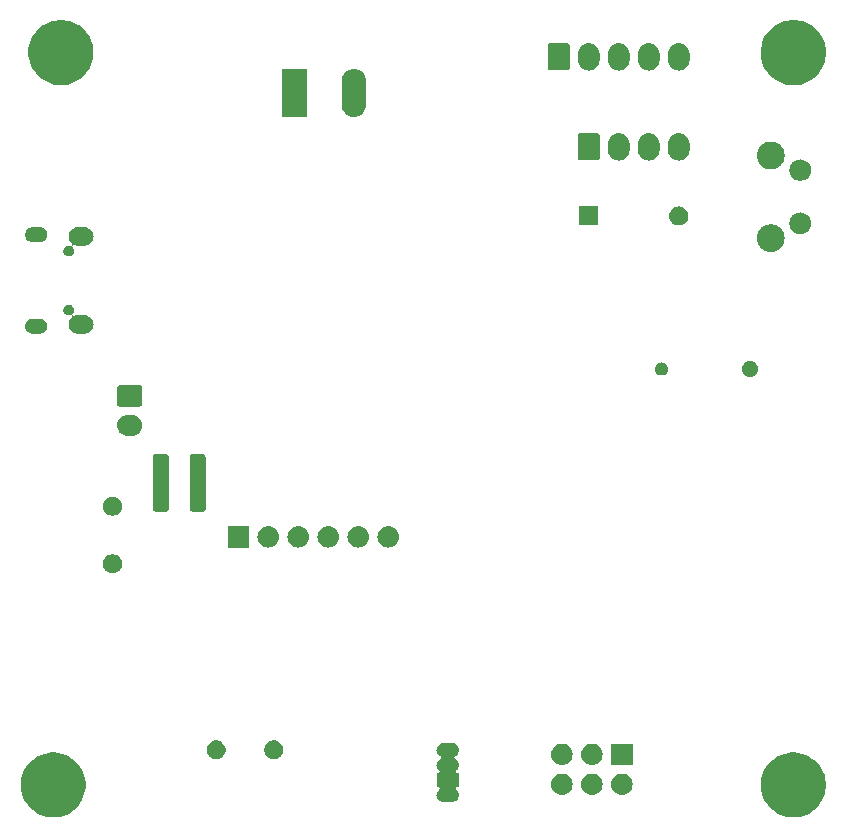
<source format=gbr>
G04 #@! TF.GenerationSoftware,KiCad,Pcbnew,(6.0.0-rc1-dev-1491-g0a4812be0)*
G04 #@! TF.CreationDate,2019-04-29T15:17:20+02:00
G04 #@! TF.ProjectId,datalogger,64617461-6c6f-4676-9765-722e6b696361,v. 1.0*
G04 #@! TF.SameCoordinates,Original*
G04 #@! TF.FileFunction,Soldermask,Bot*
G04 #@! TF.FilePolarity,Negative*
%FSLAX46Y46*%
G04 Gerber Fmt 4.6, Leading zero omitted, Abs format (unit mm)*
G04 Created by KiCad (PCBNEW (6.0.0-rc1-dev-1491-g0a4812be0)) date 2019-04-29 15:17:20*
%MOMM*%
%LPD*%
G04 APERTURE LIST*
%ADD10C,0.100000*%
G04 APERTURE END LIST*
D10*
X155235000Y-62705500D02*
G75*
G03X155235000Y-62705500I-1143000J0D01*
G01*
X157481000Y-68455500D02*
G75*
G03X157481000Y-68455500I-889000J0D01*
G01*
X157481000Y-63955500D02*
G75*
G03X157481000Y-63955500I-889000J0D01*
G01*
X155235000Y-69705500D02*
G75*
G03X155235000Y-69705500I-1143000J0D01*
G01*
G36*
X156344566Y-113263643D02*
G01*
X156802437Y-113354719D01*
X157303087Y-113562095D01*
X157601707Y-113761627D01*
X157753663Y-113863161D01*
X158136839Y-114246337D01*
X158136841Y-114246340D01*
X158437905Y-114696913D01*
X158645281Y-115197563D01*
X158698140Y-115463306D01*
X158751000Y-115729049D01*
X158751000Y-116270951D01*
X158715186Y-116451000D01*
X158645281Y-116802437D01*
X158437905Y-117303087D01*
X158147636Y-117737504D01*
X158136839Y-117753663D01*
X157753663Y-118136839D01*
X157753660Y-118136841D01*
X157303087Y-118437905D01*
X156802437Y-118645281D01*
X156536694Y-118698140D01*
X156270951Y-118751000D01*
X155729049Y-118751000D01*
X155463306Y-118698140D01*
X155197563Y-118645281D01*
X154696913Y-118437905D01*
X154246340Y-118136841D01*
X154246337Y-118136839D01*
X153863161Y-117753663D01*
X153852364Y-117737504D01*
X153562095Y-117303087D01*
X153354719Y-116802437D01*
X153284814Y-116451000D01*
X153249000Y-116270951D01*
X153249000Y-115729049D01*
X153301860Y-115463306D01*
X153354719Y-115197563D01*
X153562095Y-114696913D01*
X153863159Y-114246340D01*
X153863161Y-114246337D01*
X154246337Y-113863161D01*
X154398293Y-113761627D01*
X154696913Y-113562095D01*
X155197563Y-113354719D01*
X155655434Y-113263643D01*
X155729049Y-113249000D01*
X156270951Y-113249000D01*
X156344566Y-113263643D01*
X156344566Y-113263643D01*
G37*
G36*
X93689566Y-113263643D02*
G01*
X94147437Y-113354719D01*
X94648087Y-113562095D01*
X94946707Y-113761627D01*
X95098663Y-113863161D01*
X95481839Y-114246337D01*
X95481841Y-114246340D01*
X95782905Y-114696913D01*
X95990281Y-115197563D01*
X96043140Y-115463306D01*
X96096000Y-115729049D01*
X96096000Y-116270951D01*
X96060186Y-116451000D01*
X95990281Y-116802437D01*
X95782905Y-117303087D01*
X95492636Y-117737504D01*
X95481839Y-117753663D01*
X95098663Y-118136839D01*
X95098660Y-118136841D01*
X94648087Y-118437905D01*
X94147437Y-118645281D01*
X93881694Y-118698140D01*
X93615951Y-118751000D01*
X93074049Y-118751000D01*
X92808306Y-118698140D01*
X92542563Y-118645281D01*
X92041913Y-118437905D01*
X91591340Y-118136841D01*
X91591337Y-118136839D01*
X91208161Y-117753663D01*
X91197364Y-117737504D01*
X90907095Y-117303087D01*
X90699719Y-116802437D01*
X90629814Y-116451000D01*
X90594000Y-116270951D01*
X90594000Y-115729049D01*
X90646860Y-115463306D01*
X90699719Y-115197563D01*
X90907095Y-114696913D01*
X91208159Y-114246340D01*
X91208161Y-114246337D01*
X91591337Y-113863161D01*
X91743293Y-113761627D01*
X92041913Y-113562095D01*
X92542563Y-113354719D01*
X93000434Y-113263643D01*
X93074049Y-113249000D01*
X93615951Y-113249000D01*
X93689566Y-113263643D01*
X93689566Y-113263643D01*
G37*
G36*
X127225877Y-112452479D02*
G01*
X127336338Y-112485987D01*
X127438137Y-112540400D01*
X127527369Y-112613631D01*
X127600600Y-112702863D01*
X127655013Y-112804662D01*
X127688521Y-112915123D01*
X127699835Y-113030000D01*
X127688521Y-113144877D01*
X127655013Y-113255338D01*
X127600600Y-113357137D01*
X127527369Y-113446369D01*
X127438137Y-113519600D01*
X127372357Y-113554760D01*
X127351982Y-113568373D01*
X127334655Y-113585700D01*
X127321041Y-113606075D01*
X127311664Y-113628714D01*
X127306883Y-113652747D01*
X127306883Y-113677252D01*
X127311663Y-113701285D01*
X127321041Y-113723924D01*
X127334654Y-113744299D01*
X127351981Y-113761626D01*
X127372357Y-113775240D01*
X127438137Y-113810400D01*
X127527369Y-113883631D01*
X127600600Y-113972863D01*
X127655013Y-114074662D01*
X127688521Y-114185123D01*
X127699835Y-114300000D01*
X127688521Y-114414877D01*
X127655013Y-114525338D01*
X127600600Y-114627137D01*
X127527369Y-114716369D01*
X127471312Y-114762374D01*
X127453985Y-114779701D01*
X127440372Y-114800076D01*
X127430994Y-114822715D01*
X127426214Y-114846749D01*
X127426214Y-114871253D01*
X127430995Y-114895286D01*
X127440372Y-114917925D01*
X127453986Y-114938300D01*
X127471313Y-114955627D01*
X127491688Y-114969240D01*
X127514327Y-114978618D01*
X127550612Y-114984000D01*
X127697000Y-114984000D01*
X127697000Y-116156000D01*
X127550612Y-116156000D01*
X127526226Y-116158402D01*
X127502777Y-116165515D01*
X127481166Y-116177066D01*
X127462224Y-116192612D01*
X127446678Y-116211554D01*
X127435127Y-116233165D01*
X127428014Y-116256614D01*
X127425612Y-116281000D01*
X127428014Y-116305386D01*
X127435127Y-116328835D01*
X127446678Y-116350446D01*
X127471312Y-116377626D01*
X127527369Y-116423631D01*
X127600600Y-116512863D01*
X127655013Y-116614662D01*
X127688521Y-116725123D01*
X127699835Y-116840000D01*
X127688521Y-116954877D01*
X127655013Y-117065338D01*
X127600600Y-117167137D01*
X127527369Y-117256369D01*
X127438137Y-117329600D01*
X127336338Y-117384013D01*
X127225877Y-117417521D01*
X127139786Y-117426000D01*
X126352214Y-117426000D01*
X126266123Y-117417521D01*
X126155662Y-117384013D01*
X126053863Y-117329600D01*
X125964631Y-117256369D01*
X125891400Y-117167137D01*
X125836987Y-117065338D01*
X125803479Y-116954877D01*
X125792165Y-116840000D01*
X125803479Y-116725123D01*
X125836987Y-116614662D01*
X125891400Y-116512863D01*
X125964631Y-116423631D01*
X126020688Y-116377626D01*
X126038015Y-116360299D01*
X126051628Y-116339924D01*
X126061006Y-116317285D01*
X126065786Y-116293251D01*
X126065786Y-116268747D01*
X126061005Y-116244714D01*
X126051628Y-116222075D01*
X126038014Y-116201700D01*
X126020687Y-116184373D01*
X126000312Y-116170760D01*
X125977673Y-116161382D01*
X125941388Y-116156000D01*
X125795000Y-116156000D01*
X125795000Y-114984000D01*
X125941388Y-114984000D01*
X125965774Y-114981598D01*
X125989223Y-114974485D01*
X126010834Y-114962934D01*
X126029776Y-114947388D01*
X126045322Y-114928446D01*
X126056873Y-114906835D01*
X126063986Y-114883386D01*
X126066388Y-114859000D01*
X126063986Y-114834614D01*
X126056873Y-114811165D01*
X126045322Y-114789554D01*
X126020688Y-114762374D01*
X125964631Y-114716369D01*
X125891400Y-114627137D01*
X125836987Y-114525338D01*
X125803479Y-114414877D01*
X125792165Y-114300000D01*
X125803479Y-114185123D01*
X125836987Y-114074662D01*
X125891400Y-113972863D01*
X125964631Y-113883631D01*
X126053863Y-113810400D01*
X126119643Y-113775240D01*
X126140018Y-113761627D01*
X126157345Y-113744300D01*
X126170959Y-113723925D01*
X126180336Y-113701286D01*
X126185117Y-113677253D01*
X126185117Y-113652748D01*
X126180337Y-113628715D01*
X126170959Y-113606076D01*
X126157346Y-113585701D01*
X126140019Y-113568374D01*
X126119643Y-113554760D01*
X126053863Y-113519600D01*
X125964631Y-113446369D01*
X125891400Y-113357137D01*
X125836987Y-113255338D01*
X125803479Y-113144877D01*
X125792165Y-113030000D01*
X125803479Y-112915123D01*
X125836987Y-112804662D01*
X125891400Y-112702863D01*
X125964631Y-112613631D01*
X126053863Y-112540400D01*
X126155662Y-112485987D01*
X126266123Y-112452479D01*
X126352214Y-112444000D01*
X127139786Y-112444000D01*
X127225877Y-112452479D01*
X127225877Y-112452479D01*
G37*
G36*
X136577294Y-115049633D02*
G01*
X136749694Y-115101931D01*
X136749696Y-115101932D01*
X136908583Y-115186859D01*
X136908585Y-115186860D01*
X136908584Y-115186860D01*
X137047849Y-115301151D01*
X137162140Y-115440416D01*
X137247069Y-115599306D01*
X137299367Y-115771706D01*
X137317025Y-115951000D01*
X137299367Y-116130294D01*
X137247069Y-116302694D01*
X137247068Y-116302696D01*
X137162141Y-116461583D01*
X137047849Y-116600849D01*
X136908583Y-116715141D01*
X136749696Y-116800068D01*
X136749694Y-116800069D01*
X136577294Y-116852367D01*
X136442931Y-116865600D01*
X136353069Y-116865600D01*
X136218706Y-116852367D01*
X136046306Y-116800069D01*
X136046304Y-116800068D01*
X135887417Y-116715141D01*
X135748151Y-116600849D01*
X135633859Y-116461583D01*
X135548932Y-116302696D01*
X135548931Y-116302694D01*
X135496633Y-116130294D01*
X135478975Y-115951000D01*
X135496633Y-115771706D01*
X135548931Y-115599306D01*
X135633860Y-115440416D01*
X135748151Y-115301151D01*
X135887416Y-115186860D01*
X135887415Y-115186860D01*
X135887417Y-115186859D01*
X136046304Y-115101932D01*
X136046306Y-115101931D01*
X136218706Y-115049633D01*
X136353069Y-115036400D01*
X136442931Y-115036400D01*
X136577294Y-115049633D01*
X136577294Y-115049633D01*
G37*
G36*
X139117294Y-115049633D02*
G01*
X139289694Y-115101931D01*
X139289696Y-115101932D01*
X139448583Y-115186859D01*
X139448585Y-115186860D01*
X139448584Y-115186860D01*
X139587849Y-115301151D01*
X139702140Y-115440416D01*
X139787069Y-115599306D01*
X139839367Y-115771706D01*
X139857025Y-115951000D01*
X139839367Y-116130294D01*
X139787069Y-116302694D01*
X139787068Y-116302696D01*
X139702141Y-116461583D01*
X139587849Y-116600849D01*
X139448583Y-116715141D01*
X139289696Y-116800068D01*
X139289694Y-116800069D01*
X139117294Y-116852367D01*
X138982931Y-116865600D01*
X138893069Y-116865600D01*
X138758706Y-116852367D01*
X138586306Y-116800069D01*
X138586304Y-116800068D01*
X138427417Y-116715141D01*
X138288151Y-116600849D01*
X138173859Y-116461583D01*
X138088932Y-116302696D01*
X138088931Y-116302694D01*
X138036633Y-116130294D01*
X138018975Y-115951000D01*
X138036633Y-115771706D01*
X138088931Y-115599306D01*
X138173860Y-115440416D01*
X138288151Y-115301151D01*
X138427416Y-115186860D01*
X138427415Y-115186860D01*
X138427417Y-115186859D01*
X138586304Y-115101932D01*
X138586306Y-115101931D01*
X138758706Y-115049633D01*
X138893069Y-115036400D01*
X138982931Y-115036400D01*
X139117294Y-115049633D01*
X139117294Y-115049633D01*
G37*
G36*
X141657294Y-115049633D02*
G01*
X141829694Y-115101931D01*
X141829696Y-115101932D01*
X141988583Y-115186859D01*
X141988585Y-115186860D01*
X141988584Y-115186860D01*
X142127849Y-115301151D01*
X142242140Y-115440416D01*
X142327069Y-115599306D01*
X142379367Y-115771706D01*
X142397025Y-115951000D01*
X142379367Y-116130294D01*
X142327069Y-116302694D01*
X142327068Y-116302696D01*
X142242141Y-116461583D01*
X142127849Y-116600849D01*
X141988583Y-116715141D01*
X141829696Y-116800068D01*
X141829694Y-116800069D01*
X141657294Y-116852367D01*
X141522931Y-116865600D01*
X141433069Y-116865600D01*
X141298706Y-116852367D01*
X141126306Y-116800069D01*
X141126304Y-116800068D01*
X140967417Y-116715141D01*
X140828151Y-116600849D01*
X140713859Y-116461583D01*
X140628932Y-116302696D01*
X140628931Y-116302694D01*
X140576633Y-116130294D01*
X140558975Y-115951000D01*
X140576633Y-115771706D01*
X140628931Y-115599306D01*
X140713860Y-115440416D01*
X140828151Y-115301151D01*
X140967416Y-115186860D01*
X140967415Y-115186860D01*
X140967417Y-115186859D01*
X141126304Y-115101932D01*
X141126306Y-115101931D01*
X141298706Y-115049633D01*
X141433069Y-115036400D01*
X141522931Y-115036400D01*
X141657294Y-115049633D01*
X141657294Y-115049633D01*
G37*
G36*
X142392600Y-114325600D02*
G01*
X140563400Y-114325600D01*
X140563400Y-112496400D01*
X142392600Y-112496400D01*
X142392600Y-114325600D01*
X142392600Y-114325600D01*
G37*
G36*
X139117294Y-112509633D02*
G01*
X139289694Y-112561931D01*
X139289696Y-112561932D01*
X139448583Y-112646859D01*
X139587849Y-112761151D01*
X139702141Y-112900417D01*
X139710002Y-112915124D01*
X139787069Y-113059306D01*
X139839367Y-113231706D01*
X139857025Y-113411000D01*
X139839367Y-113590294D01*
X139787069Y-113762694D01*
X139787068Y-113762696D01*
X139702141Y-113921583D01*
X139587849Y-114060849D01*
X139448583Y-114175141D01*
X139368783Y-114217795D01*
X139289694Y-114260069D01*
X139117294Y-114312367D01*
X138982931Y-114325600D01*
X138893069Y-114325600D01*
X138758706Y-114312367D01*
X138586306Y-114260069D01*
X138507217Y-114217795D01*
X138427417Y-114175141D01*
X138288151Y-114060849D01*
X138173859Y-113921583D01*
X138088932Y-113762696D01*
X138088931Y-113762694D01*
X138036633Y-113590294D01*
X138018975Y-113411000D01*
X138036633Y-113231706D01*
X138088931Y-113059306D01*
X138165998Y-112915124D01*
X138173859Y-112900417D01*
X138288151Y-112761151D01*
X138427417Y-112646859D01*
X138586304Y-112561932D01*
X138586306Y-112561931D01*
X138758706Y-112509633D01*
X138893069Y-112496400D01*
X138982931Y-112496400D01*
X139117294Y-112509633D01*
X139117294Y-112509633D01*
G37*
G36*
X136577294Y-112509633D02*
G01*
X136749694Y-112561931D01*
X136749696Y-112561932D01*
X136908583Y-112646859D01*
X137047849Y-112761151D01*
X137162141Y-112900417D01*
X137170002Y-112915124D01*
X137247069Y-113059306D01*
X137299367Y-113231706D01*
X137317025Y-113411000D01*
X137299367Y-113590294D01*
X137247069Y-113762694D01*
X137247068Y-113762696D01*
X137162141Y-113921583D01*
X137047849Y-114060849D01*
X136908583Y-114175141D01*
X136828783Y-114217795D01*
X136749694Y-114260069D01*
X136577294Y-114312367D01*
X136442931Y-114325600D01*
X136353069Y-114325600D01*
X136218706Y-114312367D01*
X136046306Y-114260069D01*
X135967217Y-114217795D01*
X135887417Y-114175141D01*
X135748151Y-114060849D01*
X135633859Y-113921583D01*
X135548932Y-113762696D01*
X135548931Y-113762694D01*
X135496633Y-113590294D01*
X135478975Y-113411000D01*
X135496633Y-113231706D01*
X135548931Y-113059306D01*
X135625998Y-112915124D01*
X135633859Y-112900417D01*
X135748151Y-112761151D01*
X135887417Y-112646859D01*
X136046304Y-112561932D01*
X136046306Y-112561931D01*
X136218706Y-112509633D01*
X136353069Y-112496400D01*
X136442931Y-112496400D01*
X136577294Y-112509633D01*
X136577294Y-112509633D01*
G37*
G36*
X107367643Y-112259781D02*
G01*
X107513415Y-112320162D01*
X107644611Y-112407824D01*
X107756176Y-112519389D01*
X107843838Y-112650585D01*
X107904219Y-112796357D01*
X107935000Y-112951107D01*
X107935000Y-113108893D01*
X107904219Y-113263643D01*
X107843838Y-113409415D01*
X107756176Y-113540611D01*
X107644611Y-113652176D01*
X107513415Y-113739838D01*
X107367643Y-113800219D01*
X107212893Y-113831000D01*
X107055107Y-113831000D01*
X106900357Y-113800219D01*
X106754585Y-113739838D01*
X106623389Y-113652176D01*
X106511824Y-113540611D01*
X106424162Y-113409415D01*
X106363781Y-113263643D01*
X106333000Y-113108893D01*
X106333000Y-112951107D01*
X106363781Y-112796357D01*
X106424162Y-112650585D01*
X106511824Y-112519389D01*
X106623389Y-112407824D01*
X106754585Y-112320162D01*
X106900357Y-112259781D01*
X107055107Y-112229000D01*
X107212893Y-112229000D01*
X107367643Y-112259781D01*
X107367643Y-112259781D01*
G37*
G36*
X112247643Y-112259781D02*
G01*
X112393415Y-112320162D01*
X112524611Y-112407824D01*
X112636176Y-112519389D01*
X112723838Y-112650585D01*
X112784219Y-112796357D01*
X112815000Y-112951107D01*
X112815000Y-113108893D01*
X112784219Y-113263643D01*
X112723838Y-113409415D01*
X112636176Y-113540611D01*
X112524611Y-113652176D01*
X112393415Y-113739838D01*
X112247643Y-113800219D01*
X112092893Y-113831000D01*
X111935107Y-113831000D01*
X111780357Y-113800219D01*
X111634585Y-113739838D01*
X111503389Y-113652176D01*
X111391824Y-113540611D01*
X111304162Y-113409415D01*
X111243781Y-113263643D01*
X111213000Y-113108893D01*
X111213000Y-112951107D01*
X111243781Y-112796357D01*
X111304162Y-112650585D01*
X111391824Y-112519389D01*
X111503389Y-112407824D01*
X111634585Y-112320162D01*
X111780357Y-112259781D01*
X111935107Y-112229000D01*
X112092893Y-112229000D01*
X112247643Y-112259781D01*
X112247643Y-112259781D01*
G37*
G36*
X98595143Y-96502281D02*
G01*
X98740915Y-96562662D01*
X98872111Y-96650324D01*
X98983676Y-96761889D01*
X99071338Y-96893085D01*
X99131719Y-97038857D01*
X99162500Y-97193607D01*
X99162500Y-97351393D01*
X99131719Y-97506143D01*
X99071338Y-97651915D01*
X98983676Y-97783111D01*
X98872111Y-97894676D01*
X98740915Y-97982338D01*
X98595143Y-98042719D01*
X98440393Y-98073500D01*
X98282607Y-98073500D01*
X98127857Y-98042719D01*
X97982085Y-97982338D01*
X97850889Y-97894676D01*
X97739324Y-97783111D01*
X97651662Y-97651915D01*
X97591281Y-97506143D01*
X97560500Y-97351393D01*
X97560500Y-97193607D01*
X97591281Y-97038857D01*
X97651662Y-96893085D01*
X97739324Y-96761889D01*
X97850889Y-96650324D01*
X97982085Y-96562662D01*
X98127857Y-96502281D01*
X98282607Y-96471500D01*
X98440393Y-96471500D01*
X98595143Y-96502281D01*
X98595143Y-96502281D01*
G37*
G36*
X119270443Y-94105519D02*
G01*
X119336627Y-94112037D01*
X119449853Y-94146384D01*
X119506467Y-94163557D01*
X119645087Y-94237652D01*
X119662991Y-94247222D01*
X119698729Y-94276552D01*
X119800186Y-94359814D01*
X119883448Y-94461271D01*
X119912778Y-94497009D01*
X119912779Y-94497011D01*
X119996443Y-94653533D01*
X119996443Y-94653534D01*
X120047963Y-94823373D01*
X120065359Y-95000000D01*
X120047963Y-95176627D01*
X120013616Y-95289853D01*
X119996443Y-95346467D01*
X119922348Y-95485087D01*
X119912778Y-95502991D01*
X119883448Y-95538729D01*
X119800186Y-95640186D01*
X119698729Y-95723448D01*
X119662991Y-95752778D01*
X119662989Y-95752779D01*
X119506467Y-95836443D01*
X119449853Y-95853616D01*
X119336627Y-95887963D01*
X119270443Y-95894481D01*
X119204260Y-95901000D01*
X119115740Y-95901000D01*
X119049557Y-95894481D01*
X118983373Y-95887963D01*
X118870147Y-95853616D01*
X118813533Y-95836443D01*
X118657011Y-95752779D01*
X118657009Y-95752778D01*
X118621271Y-95723448D01*
X118519814Y-95640186D01*
X118436552Y-95538729D01*
X118407222Y-95502991D01*
X118397652Y-95485087D01*
X118323557Y-95346467D01*
X118306384Y-95289853D01*
X118272037Y-95176627D01*
X118254641Y-95000000D01*
X118272037Y-94823373D01*
X118323557Y-94653534D01*
X118323557Y-94653533D01*
X118407221Y-94497011D01*
X118407222Y-94497009D01*
X118436552Y-94461271D01*
X118519814Y-94359814D01*
X118621271Y-94276552D01*
X118657009Y-94247222D01*
X118674913Y-94237652D01*
X118813533Y-94163557D01*
X118870147Y-94146384D01*
X118983373Y-94112037D01*
X119049557Y-94105519D01*
X119115740Y-94099000D01*
X119204260Y-94099000D01*
X119270443Y-94105519D01*
X119270443Y-94105519D01*
G37*
G36*
X114190443Y-94105519D02*
G01*
X114256627Y-94112037D01*
X114369853Y-94146384D01*
X114426467Y-94163557D01*
X114565087Y-94237652D01*
X114582991Y-94247222D01*
X114618729Y-94276552D01*
X114720186Y-94359814D01*
X114803448Y-94461271D01*
X114832778Y-94497009D01*
X114832779Y-94497011D01*
X114916443Y-94653533D01*
X114916443Y-94653534D01*
X114967963Y-94823373D01*
X114985359Y-95000000D01*
X114967963Y-95176627D01*
X114933616Y-95289853D01*
X114916443Y-95346467D01*
X114842348Y-95485087D01*
X114832778Y-95502991D01*
X114803448Y-95538729D01*
X114720186Y-95640186D01*
X114618729Y-95723448D01*
X114582991Y-95752778D01*
X114582989Y-95752779D01*
X114426467Y-95836443D01*
X114369853Y-95853616D01*
X114256627Y-95887963D01*
X114190443Y-95894481D01*
X114124260Y-95901000D01*
X114035740Y-95901000D01*
X113969557Y-95894481D01*
X113903373Y-95887963D01*
X113790147Y-95853616D01*
X113733533Y-95836443D01*
X113577011Y-95752779D01*
X113577009Y-95752778D01*
X113541271Y-95723448D01*
X113439814Y-95640186D01*
X113356552Y-95538729D01*
X113327222Y-95502991D01*
X113317652Y-95485087D01*
X113243557Y-95346467D01*
X113226384Y-95289853D01*
X113192037Y-95176627D01*
X113174641Y-95000000D01*
X113192037Y-94823373D01*
X113243557Y-94653534D01*
X113243557Y-94653533D01*
X113327221Y-94497011D01*
X113327222Y-94497009D01*
X113356552Y-94461271D01*
X113439814Y-94359814D01*
X113541271Y-94276552D01*
X113577009Y-94247222D01*
X113594913Y-94237652D01*
X113733533Y-94163557D01*
X113790147Y-94146384D01*
X113903373Y-94112037D01*
X113969557Y-94105519D01*
X114035740Y-94099000D01*
X114124260Y-94099000D01*
X114190443Y-94105519D01*
X114190443Y-94105519D01*
G37*
G36*
X111650443Y-94105519D02*
G01*
X111716627Y-94112037D01*
X111829853Y-94146384D01*
X111886467Y-94163557D01*
X112025087Y-94237652D01*
X112042991Y-94247222D01*
X112078729Y-94276552D01*
X112180186Y-94359814D01*
X112263448Y-94461271D01*
X112292778Y-94497009D01*
X112292779Y-94497011D01*
X112376443Y-94653533D01*
X112376443Y-94653534D01*
X112427963Y-94823373D01*
X112445359Y-95000000D01*
X112427963Y-95176627D01*
X112393616Y-95289853D01*
X112376443Y-95346467D01*
X112302348Y-95485087D01*
X112292778Y-95502991D01*
X112263448Y-95538729D01*
X112180186Y-95640186D01*
X112078729Y-95723448D01*
X112042991Y-95752778D01*
X112042989Y-95752779D01*
X111886467Y-95836443D01*
X111829853Y-95853616D01*
X111716627Y-95887963D01*
X111650443Y-95894481D01*
X111584260Y-95901000D01*
X111495740Y-95901000D01*
X111429557Y-95894481D01*
X111363373Y-95887963D01*
X111250147Y-95853616D01*
X111193533Y-95836443D01*
X111037011Y-95752779D01*
X111037009Y-95752778D01*
X111001271Y-95723448D01*
X110899814Y-95640186D01*
X110816552Y-95538729D01*
X110787222Y-95502991D01*
X110777652Y-95485087D01*
X110703557Y-95346467D01*
X110686384Y-95289853D01*
X110652037Y-95176627D01*
X110634641Y-95000000D01*
X110652037Y-94823373D01*
X110703557Y-94653534D01*
X110703557Y-94653533D01*
X110787221Y-94497011D01*
X110787222Y-94497009D01*
X110816552Y-94461271D01*
X110899814Y-94359814D01*
X111001271Y-94276552D01*
X111037009Y-94247222D01*
X111054913Y-94237652D01*
X111193533Y-94163557D01*
X111250147Y-94146384D01*
X111363373Y-94112037D01*
X111429557Y-94105519D01*
X111495740Y-94099000D01*
X111584260Y-94099000D01*
X111650443Y-94105519D01*
X111650443Y-94105519D01*
G37*
G36*
X116730443Y-94105519D02*
G01*
X116796627Y-94112037D01*
X116909853Y-94146384D01*
X116966467Y-94163557D01*
X117105087Y-94237652D01*
X117122991Y-94247222D01*
X117158729Y-94276552D01*
X117260186Y-94359814D01*
X117343448Y-94461271D01*
X117372778Y-94497009D01*
X117372779Y-94497011D01*
X117456443Y-94653533D01*
X117456443Y-94653534D01*
X117507963Y-94823373D01*
X117525359Y-95000000D01*
X117507963Y-95176627D01*
X117473616Y-95289853D01*
X117456443Y-95346467D01*
X117382348Y-95485087D01*
X117372778Y-95502991D01*
X117343448Y-95538729D01*
X117260186Y-95640186D01*
X117158729Y-95723448D01*
X117122991Y-95752778D01*
X117122989Y-95752779D01*
X116966467Y-95836443D01*
X116909853Y-95853616D01*
X116796627Y-95887963D01*
X116730443Y-95894481D01*
X116664260Y-95901000D01*
X116575740Y-95901000D01*
X116509557Y-95894481D01*
X116443373Y-95887963D01*
X116330147Y-95853616D01*
X116273533Y-95836443D01*
X116117011Y-95752779D01*
X116117009Y-95752778D01*
X116081271Y-95723448D01*
X115979814Y-95640186D01*
X115896552Y-95538729D01*
X115867222Y-95502991D01*
X115857652Y-95485087D01*
X115783557Y-95346467D01*
X115766384Y-95289853D01*
X115732037Y-95176627D01*
X115714641Y-95000000D01*
X115732037Y-94823373D01*
X115783557Y-94653534D01*
X115783557Y-94653533D01*
X115867221Y-94497011D01*
X115867222Y-94497009D01*
X115896552Y-94461271D01*
X115979814Y-94359814D01*
X116081271Y-94276552D01*
X116117009Y-94247222D01*
X116134913Y-94237652D01*
X116273533Y-94163557D01*
X116330147Y-94146384D01*
X116443373Y-94112037D01*
X116509557Y-94105519D01*
X116575740Y-94099000D01*
X116664260Y-94099000D01*
X116730443Y-94105519D01*
X116730443Y-94105519D01*
G37*
G36*
X121810443Y-94105519D02*
G01*
X121876627Y-94112037D01*
X121989853Y-94146384D01*
X122046467Y-94163557D01*
X122185087Y-94237652D01*
X122202991Y-94247222D01*
X122238729Y-94276552D01*
X122340186Y-94359814D01*
X122423448Y-94461271D01*
X122452778Y-94497009D01*
X122452779Y-94497011D01*
X122536443Y-94653533D01*
X122536443Y-94653534D01*
X122587963Y-94823373D01*
X122605359Y-95000000D01*
X122587963Y-95176627D01*
X122553616Y-95289853D01*
X122536443Y-95346467D01*
X122462348Y-95485087D01*
X122452778Y-95502991D01*
X122423448Y-95538729D01*
X122340186Y-95640186D01*
X122238729Y-95723448D01*
X122202991Y-95752778D01*
X122202989Y-95752779D01*
X122046467Y-95836443D01*
X121989853Y-95853616D01*
X121876627Y-95887963D01*
X121810443Y-95894481D01*
X121744260Y-95901000D01*
X121655740Y-95901000D01*
X121589557Y-95894481D01*
X121523373Y-95887963D01*
X121410147Y-95853616D01*
X121353533Y-95836443D01*
X121197011Y-95752779D01*
X121197009Y-95752778D01*
X121161271Y-95723448D01*
X121059814Y-95640186D01*
X120976552Y-95538729D01*
X120947222Y-95502991D01*
X120937652Y-95485087D01*
X120863557Y-95346467D01*
X120846384Y-95289853D01*
X120812037Y-95176627D01*
X120794641Y-95000000D01*
X120812037Y-94823373D01*
X120863557Y-94653534D01*
X120863557Y-94653533D01*
X120947221Y-94497011D01*
X120947222Y-94497009D01*
X120976552Y-94461271D01*
X121059814Y-94359814D01*
X121161271Y-94276552D01*
X121197009Y-94247222D01*
X121214913Y-94237652D01*
X121353533Y-94163557D01*
X121410147Y-94146384D01*
X121523373Y-94112037D01*
X121589557Y-94105519D01*
X121655740Y-94099000D01*
X121744260Y-94099000D01*
X121810443Y-94105519D01*
X121810443Y-94105519D01*
G37*
G36*
X109901000Y-95901000D02*
G01*
X108099000Y-95901000D01*
X108099000Y-94099000D01*
X109901000Y-94099000D01*
X109901000Y-95901000D01*
X109901000Y-95901000D01*
G37*
G36*
X98595143Y-91622281D02*
G01*
X98740915Y-91682662D01*
X98872111Y-91770324D01*
X98983676Y-91881889D01*
X99071338Y-92013085D01*
X99131719Y-92158857D01*
X99162500Y-92313607D01*
X99162500Y-92471393D01*
X99131719Y-92626143D01*
X99071338Y-92771915D01*
X98983676Y-92903111D01*
X98872111Y-93014676D01*
X98740915Y-93102338D01*
X98595143Y-93162719D01*
X98440393Y-93193500D01*
X98282607Y-93193500D01*
X98127857Y-93162719D01*
X97982085Y-93102338D01*
X97850889Y-93014676D01*
X97739324Y-92903111D01*
X97651662Y-92771915D01*
X97591281Y-92626143D01*
X97560500Y-92471393D01*
X97560500Y-92313607D01*
X97591281Y-92158857D01*
X97651662Y-92013085D01*
X97739324Y-91881889D01*
X97850889Y-91770324D01*
X97982085Y-91682662D01*
X98127857Y-91622281D01*
X98282607Y-91591500D01*
X98440393Y-91591500D01*
X98595143Y-91622281D01*
X98595143Y-91622281D01*
G37*
G36*
X102955444Y-88002375D02*
G01*
X102992259Y-88013542D01*
X103026182Y-88031675D01*
X103055920Y-88056080D01*
X103080325Y-88085818D01*
X103098458Y-88119741D01*
X103109625Y-88156556D01*
X103114000Y-88200977D01*
X103114000Y-92647023D01*
X103109625Y-92691444D01*
X103098458Y-92728259D01*
X103080325Y-92762182D01*
X103055920Y-92791920D01*
X103026182Y-92816325D01*
X102992259Y-92834458D01*
X102955444Y-92845625D01*
X102911023Y-92850000D01*
X101989977Y-92850000D01*
X101945556Y-92845625D01*
X101908741Y-92834458D01*
X101874818Y-92816325D01*
X101845080Y-92791920D01*
X101820675Y-92762182D01*
X101802542Y-92728259D01*
X101791375Y-92691444D01*
X101787000Y-92647023D01*
X101787000Y-88200977D01*
X101791375Y-88156556D01*
X101802542Y-88119741D01*
X101820675Y-88085818D01*
X101845080Y-88056080D01*
X101874818Y-88031675D01*
X101908741Y-88013542D01*
X101945556Y-88002375D01*
X101989977Y-87998000D01*
X102911023Y-87998000D01*
X102955444Y-88002375D01*
X102955444Y-88002375D01*
G37*
G36*
X106080444Y-88002375D02*
G01*
X106117259Y-88013542D01*
X106151182Y-88031675D01*
X106180920Y-88056080D01*
X106205325Y-88085818D01*
X106223458Y-88119741D01*
X106234625Y-88156556D01*
X106239000Y-88200977D01*
X106239000Y-92647023D01*
X106234625Y-92691444D01*
X106223458Y-92728259D01*
X106205325Y-92762182D01*
X106180920Y-92791920D01*
X106151182Y-92816325D01*
X106117259Y-92834458D01*
X106080444Y-92845625D01*
X106036023Y-92850000D01*
X105114977Y-92850000D01*
X105070556Y-92845625D01*
X105033741Y-92834458D01*
X104999818Y-92816325D01*
X104970080Y-92791920D01*
X104945675Y-92762182D01*
X104927542Y-92728259D01*
X104916375Y-92691444D01*
X104912000Y-92647023D01*
X104912000Y-88200977D01*
X104916375Y-88156556D01*
X104927542Y-88119741D01*
X104945675Y-88085818D01*
X104970080Y-88056080D01*
X104999818Y-88031675D01*
X105033741Y-88013542D01*
X105070556Y-88002375D01*
X105114977Y-87998000D01*
X106036023Y-87998000D01*
X106080444Y-88002375D01*
X106080444Y-88002375D01*
G37*
G36*
X100082443Y-84663519D02*
G01*
X100148627Y-84670037D01*
X100261853Y-84704384D01*
X100318467Y-84721557D01*
X100457087Y-84795652D01*
X100474991Y-84805222D01*
X100510729Y-84834552D01*
X100612186Y-84917814D01*
X100695448Y-85019271D01*
X100724778Y-85055009D01*
X100724779Y-85055011D01*
X100808443Y-85211533D01*
X100808443Y-85211534D01*
X100859963Y-85381373D01*
X100877359Y-85558000D01*
X100859963Y-85734627D01*
X100825616Y-85847853D01*
X100808443Y-85904467D01*
X100734348Y-86043087D01*
X100724778Y-86060991D01*
X100695448Y-86096729D01*
X100612186Y-86198186D01*
X100510729Y-86281448D01*
X100474991Y-86310778D01*
X100474989Y-86310779D01*
X100318467Y-86394443D01*
X100261853Y-86411616D01*
X100148627Y-86445963D01*
X100082442Y-86452482D01*
X100016260Y-86459000D01*
X99627740Y-86459000D01*
X99561558Y-86452482D01*
X99495373Y-86445963D01*
X99382147Y-86411616D01*
X99325533Y-86394443D01*
X99169011Y-86310779D01*
X99169009Y-86310778D01*
X99133271Y-86281448D01*
X99031814Y-86198186D01*
X98948552Y-86096729D01*
X98919222Y-86060991D01*
X98909652Y-86043087D01*
X98835557Y-85904467D01*
X98818384Y-85847853D01*
X98784037Y-85734627D01*
X98766641Y-85558000D01*
X98784037Y-85381373D01*
X98835557Y-85211534D01*
X98835557Y-85211533D01*
X98919221Y-85055011D01*
X98919222Y-85055009D01*
X98948552Y-85019271D01*
X99031814Y-84917814D01*
X99133271Y-84834552D01*
X99169009Y-84805222D01*
X99186913Y-84795652D01*
X99325533Y-84721557D01*
X99382147Y-84704384D01*
X99495373Y-84670037D01*
X99561557Y-84663519D01*
X99627740Y-84657000D01*
X100016260Y-84657000D01*
X100082443Y-84663519D01*
X100082443Y-84663519D01*
G37*
G36*
X100730600Y-82160989D02*
G01*
X100763649Y-82171014D01*
X100794106Y-82187294D01*
X100820799Y-82209201D01*
X100842706Y-82235894D01*
X100858986Y-82266351D01*
X100869011Y-82299400D01*
X100873000Y-82339904D01*
X100873000Y-83776096D01*
X100869011Y-83816600D01*
X100858986Y-83849649D01*
X100842706Y-83880106D01*
X100820799Y-83906799D01*
X100794106Y-83928706D01*
X100763649Y-83944986D01*
X100730600Y-83955011D01*
X100690096Y-83959000D01*
X98953904Y-83959000D01*
X98913400Y-83955011D01*
X98880351Y-83944986D01*
X98849894Y-83928706D01*
X98823201Y-83906799D01*
X98801294Y-83880106D01*
X98785014Y-83849649D01*
X98774989Y-83816600D01*
X98771000Y-83776096D01*
X98771000Y-82339904D01*
X98774989Y-82299400D01*
X98785014Y-82266351D01*
X98801294Y-82235894D01*
X98823201Y-82209201D01*
X98849894Y-82187294D01*
X98880351Y-82171014D01*
X98913400Y-82160989D01*
X98953904Y-82157000D01*
X100690096Y-82157000D01*
X100730600Y-82160989D01*
X100730600Y-82160989D01*
G37*
G36*
X152544472Y-80097938D02*
G01*
X152672049Y-80150782D01*
X152786865Y-80227500D01*
X152884500Y-80325135D01*
X152961218Y-80439951D01*
X153014062Y-80567528D01*
X153041000Y-80702956D01*
X153041000Y-80841044D01*
X153014062Y-80976472D01*
X152961218Y-81104049D01*
X152884500Y-81218865D01*
X152786865Y-81316500D01*
X152672049Y-81393218D01*
X152544472Y-81446062D01*
X152409044Y-81473000D01*
X152270956Y-81473000D01*
X152135528Y-81446062D01*
X152007951Y-81393218D01*
X151893135Y-81316500D01*
X151795500Y-81218865D01*
X151718782Y-81104049D01*
X151665938Y-80976472D01*
X151639000Y-80841044D01*
X151639000Y-80702956D01*
X151665938Y-80567528D01*
X151718782Y-80439951D01*
X151795500Y-80325135D01*
X151893135Y-80227500D01*
X152007951Y-80150782D01*
X152135528Y-80097938D01*
X152270956Y-80071000D01*
X152409044Y-80071000D01*
X152544472Y-80097938D01*
X152544472Y-80097938D01*
G37*
G36*
X145000721Y-80242174D02*
G01*
X145100995Y-80283709D01*
X145191245Y-80344012D01*
X145267988Y-80420755D01*
X145328291Y-80511005D01*
X145369826Y-80611279D01*
X145391000Y-80717730D01*
X145391000Y-80826270D01*
X145369826Y-80932721D01*
X145328291Y-81032995D01*
X145267988Y-81123245D01*
X145191245Y-81199988D01*
X145100995Y-81260291D01*
X145000721Y-81301826D01*
X144894270Y-81323000D01*
X144785730Y-81323000D01*
X144679279Y-81301826D01*
X144579005Y-81260291D01*
X144488755Y-81199988D01*
X144412012Y-81123245D01*
X144351709Y-81032995D01*
X144310174Y-80932721D01*
X144289000Y-80826270D01*
X144289000Y-80717730D01*
X144310174Y-80611279D01*
X144351709Y-80511005D01*
X144412012Y-80420755D01*
X144488755Y-80344012D01*
X144579005Y-80283709D01*
X144679279Y-80242174D01*
X144785730Y-80221000D01*
X144894270Y-80221000D01*
X145000721Y-80242174D01*
X145000721Y-80242174D01*
G37*
G36*
X92350714Y-76537058D02*
G01*
X92350717Y-76537059D01*
X92468719Y-76572854D01*
X92468721Y-76572855D01*
X92577471Y-76630983D01*
X92672790Y-76709210D01*
X92751017Y-76804529D01*
X92809145Y-76913279D01*
X92844942Y-77031286D01*
X92857028Y-77154000D01*
X92844942Y-77276714D01*
X92809145Y-77394721D01*
X92751017Y-77503471D01*
X92672790Y-77598790D01*
X92577471Y-77677017D01*
X92577469Y-77677018D01*
X92468719Y-77735146D01*
X92372683Y-77764278D01*
X92350714Y-77770942D01*
X92258747Y-77780000D01*
X91547253Y-77780000D01*
X91455286Y-77770942D01*
X91433317Y-77764278D01*
X91337281Y-77735146D01*
X91228531Y-77677018D01*
X91228529Y-77677017D01*
X91133210Y-77598790D01*
X91054983Y-77503471D01*
X90996855Y-77394721D01*
X90961058Y-77276714D01*
X90948972Y-77154000D01*
X90961058Y-77031286D01*
X90996855Y-76913279D01*
X91054983Y-76804529D01*
X91133210Y-76709210D01*
X91228529Y-76630983D01*
X91337279Y-76572855D01*
X91337281Y-76572854D01*
X91455283Y-76537059D01*
X91455286Y-76537058D01*
X91547253Y-76528000D01*
X92258747Y-76528000D01*
X92350714Y-76537058D01*
X92350714Y-76537058D01*
G37*
G36*
X94741413Y-75334525D02*
G01*
X94816456Y-75357290D01*
X94826425Y-75360314D01*
X94904774Y-75402193D01*
X94973448Y-75458552D01*
X95029807Y-75527226D01*
X95071686Y-75605575D01*
X95071687Y-75605579D01*
X95097475Y-75690587D01*
X95106182Y-75779000D01*
X95097475Y-75867413D01*
X95074710Y-75942456D01*
X95071686Y-75952425D01*
X95043191Y-76005735D01*
X95029807Y-76030775D01*
X95004496Y-76061615D01*
X94980850Y-76090429D01*
X94967239Y-76110798D01*
X94957862Y-76133437D01*
X94953081Y-76157471D01*
X94953081Y-76181975D01*
X94957861Y-76206008D01*
X94967238Y-76228648D01*
X94980852Y-76249022D01*
X94998179Y-76266350D01*
X95018553Y-76279964D01*
X95041192Y-76289341D01*
X95065226Y-76294122D01*
X95089730Y-76294122D01*
X95113763Y-76289342D01*
X95122212Y-76285843D01*
X95129599Y-76283602D01*
X95129601Y-76283601D01*
X95275878Y-76239229D01*
X95275881Y-76239228D01*
X95389882Y-76228000D01*
X96016118Y-76228000D01*
X96130119Y-76239228D01*
X96130122Y-76239229D01*
X96276399Y-76283601D01*
X96276401Y-76283602D01*
X96411210Y-76355659D01*
X96529369Y-76452631D01*
X96626341Y-76570790D01*
X96626342Y-76570792D01*
X96698399Y-76705601D01*
X96728408Y-76804529D01*
X96742772Y-76851881D01*
X96757754Y-77004000D01*
X96742772Y-77156119D01*
X96698398Y-77302401D01*
X96626341Y-77437210D01*
X96529369Y-77555369D01*
X96411210Y-77652341D01*
X96365043Y-77677018D01*
X96276399Y-77724399D01*
X96157352Y-77760511D01*
X96130119Y-77768772D01*
X96016118Y-77780000D01*
X95389882Y-77780000D01*
X95275881Y-77768772D01*
X95248648Y-77760511D01*
X95129601Y-77724399D01*
X95040957Y-77677018D01*
X94994790Y-77652341D01*
X94876631Y-77555369D01*
X94779659Y-77437210D01*
X94707602Y-77302401D01*
X94663228Y-77156119D01*
X94648246Y-77004000D01*
X94663228Y-76851881D01*
X94677592Y-76804529D01*
X94707601Y-76705601D01*
X94779658Y-76570792D01*
X94779659Y-76570790D01*
X94876632Y-76452630D01*
X94913105Y-76422696D01*
X94930432Y-76405369D01*
X94944046Y-76384994D01*
X94953423Y-76362355D01*
X94958203Y-76338322D01*
X94958203Y-76313817D01*
X94953422Y-76289784D01*
X94944044Y-76267145D01*
X94930430Y-76246771D01*
X94913103Y-76229444D01*
X94892728Y-76215830D01*
X94870089Y-76206453D01*
X94846056Y-76201673D01*
X94821551Y-76201673D01*
X94797524Y-76206453D01*
X94776489Y-76212833D01*
X94741411Y-76223475D01*
X94675158Y-76230000D01*
X94630842Y-76230000D01*
X94564587Y-76223475D01*
X94489544Y-76200710D01*
X94479575Y-76197686D01*
X94401226Y-76155807D01*
X94332552Y-76099448D01*
X94276193Y-76030774D01*
X94234314Y-75952425D01*
X94231290Y-75942456D01*
X94208525Y-75867413D01*
X94199818Y-75779000D01*
X94208525Y-75690587D01*
X94234313Y-75605579D01*
X94234314Y-75605575D01*
X94276193Y-75527226D01*
X94332552Y-75458552D01*
X94401226Y-75402193D01*
X94479575Y-75360314D01*
X94489544Y-75357290D01*
X94564587Y-75334525D01*
X94630842Y-75328000D01*
X94675158Y-75328000D01*
X94741413Y-75334525D01*
X94741413Y-75334525D01*
G37*
G36*
X96130119Y-68789228D02*
G01*
X96130122Y-68789229D01*
X96276399Y-68833601D01*
X96276401Y-68833602D01*
X96411210Y-68905659D01*
X96529369Y-69002631D01*
X96626341Y-69120790D01*
X96698398Y-69255599D01*
X96742772Y-69401881D01*
X96757754Y-69554000D01*
X96742772Y-69706119D01*
X96742771Y-69706122D01*
X96699494Y-69848790D01*
X96698398Y-69852401D01*
X96626341Y-69987210D01*
X96529369Y-70105369D01*
X96411210Y-70202341D01*
X96411208Y-70202342D01*
X96276399Y-70274399D01*
X96219509Y-70291656D01*
X96130119Y-70318772D01*
X96016118Y-70330000D01*
X95389882Y-70330000D01*
X95275881Y-70318772D01*
X95186491Y-70291656D01*
X95129601Y-70274399D01*
X95129599Y-70274398D01*
X95122208Y-70272156D01*
X95113754Y-70268655D01*
X95089721Y-70263877D01*
X95065216Y-70263879D01*
X95041183Y-70268662D01*
X95018545Y-70278041D01*
X94998172Y-70291656D01*
X94980846Y-70308985D01*
X94967234Y-70329361D01*
X94957858Y-70352001D01*
X94953080Y-70376034D01*
X94953082Y-70400539D01*
X94957865Y-70424572D01*
X94967244Y-70447210D01*
X94980850Y-70467571D01*
X95004496Y-70496385D01*
X95029807Y-70527225D01*
X95043191Y-70552265D01*
X95071686Y-70605575D01*
X95071687Y-70605579D01*
X95097475Y-70690587D01*
X95106182Y-70779000D01*
X95097475Y-70867413D01*
X95074710Y-70942456D01*
X95071686Y-70952425D01*
X95029807Y-71030774D01*
X94973448Y-71099448D01*
X94904774Y-71155807D01*
X94826425Y-71197686D01*
X94816456Y-71200710D01*
X94741413Y-71223475D01*
X94675158Y-71230000D01*
X94630842Y-71230000D01*
X94564587Y-71223475D01*
X94489544Y-71200710D01*
X94479575Y-71197686D01*
X94401226Y-71155807D01*
X94332552Y-71099448D01*
X94276193Y-71030774D01*
X94234314Y-70952425D01*
X94231290Y-70942456D01*
X94208525Y-70867413D01*
X94199818Y-70779000D01*
X94208525Y-70690587D01*
X94234313Y-70605579D01*
X94234314Y-70605575D01*
X94276193Y-70527226D01*
X94332552Y-70458552D01*
X94401226Y-70402193D01*
X94479575Y-70360314D01*
X94492719Y-70356327D01*
X94564587Y-70334525D01*
X94630842Y-70328000D01*
X94675158Y-70328000D01*
X94741411Y-70334525D01*
X94776489Y-70345167D01*
X94797524Y-70351547D01*
X94821551Y-70356327D01*
X94846055Y-70356327D01*
X94870089Y-70351547D01*
X94892728Y-70342170D01*
X94913103Y-70328556D01*
X94930430Y-70311230D01*
X94944044Y-70290855D01*
X94953422Y-70268216D01*
X94958203Y-70244183D01*
X94958203Y-70219679D01*
X94953423Y-70195645D01*
X94944046Y-70173006D01*
X94930432Y-70152631D01*
X94913105Y-70135304D01*
X94876632Y-70105370D01*
X94779659Y-69987210D01*
X94707602Y-69852401D01*
X94706507Y-69848790D01*
X94663229Y-69706122D01*
X94663228Y-69706119D01*
X94648246Y-69554000D01*
X94663228Y-69401881D01*
X94707602Y-69255599D01*
X94779659Y-69120790D01*
X94876631Y-69002631D01*
X94994790Y-68905659D01*
X95129599Y-68833602D01*
X95129601Y-68833601D01*
X95275878Y-68789229D01*
X95275881Y-68789228D01*
X95389882Y-68778000D01*
X96016118Y-68778000D01*
X96130119Y-68789228D01*
X96130119Y-68789228D01*
G37*
G36*
X154427734Y-68598732D02*
G01*
X154637202Y-68685496D01*
X154825723Y-68811462D01*
X154986038Y-68971777D01*
X155112004Y-69160298D01*
X155198768Y-69369766D01*
X155243000Y-69592135D01*
X155243000Y-69818865D01*
X155198768Y-70041234D01*
X155112004Y-70250702D01*
X154986038Y-70439223D01*
X154825723Y-70599538D01*
X154637202Y-70725504D01*
X154427734Y-70812268D01*
X154205365Y-70856500D01*
X153978635Y-70856500D01*
X153756266Y-70812268D01*
X153546798Y-70725504D01*
X153358277Y-70599538D01*
X153197962Y-70439223D01*
X153071996Y-70250702D01*
X152985232Y-70041234D01*
X152941000Y-69818865D01*
X152941000Y-69592135D01*
X152985232Y-69369766D01*
X153071996Y-69160298D01*
X153197962Y-68971777D01*
X153358277Y-68811462D01*
X153546798Y-68685496D01*
X153756266Y-68598732D01*
X153978635Y-68554500D01*
X154205365Y-68554500D01*
X154427734Y-68598732D01*
X154427734Y-68598732D01*
G37*
G36*
X92350714Y-68787058D02*
G01*
X92357871Y-68789229D01*
X92468719Y-68822854D01*
X92468721Y-68822855D01*
X92577471Y-68880983D01*
X92672790Y-68959210D01*
X92751017Y-69054529D01*
X92809145Y-69163279D01*
X92844942Y-69281286D01*
X92857028Y-69404000D01*
X92844942Y-69526714D01*
X92844941Y-69526717D01*
X92825097Y-69592136D01*
X92809145Y-69644721D01*
X92751017Y-69753471D01*
X92672790Y-69848790D01*
X92577471Y-69927017D01*
X92577469Y-69927018D01*
X92468719Y-69985146D01*
X92372683Y-70014278D01*
X92350714Y-70020942D01*
X92258747Y-70030000D01*
X91547253Y-70030000D01*
X91455286Y-70020942D01*
X91433317Y-70014278D01*
X91337281Y-69985146D01*
X91228531Y-69927018D01*
X91228529Y-69927017D01*
X91133210Y-69848790D01*
X91054983Y-69753471D01*
X90996855Y-69644721D01*
X90980904Y-69592136D01*
X90961059Y-69526717D01*
X90961058Y-69526714D01*
X90948972Y-69404000D01*
X90961058Y-69281286D01*
X90996855Y-69163279D01*
X91054983Y-69054529D01*
X91133210Y-68959210D01*
X91228529Y-68880983D01*
X91337279Y-68822855D01*
X91337281Y-68822854D01*
X91448129Y-68789229D01*
X91455286Y-68787058D01*
X91547253Y-68778000D01*
X92258747Y-68778000D01*
X92350714Y-68787058D01*
X92350714Y-68787058D01*
G37*
G36*
X156854812Y-67589124D02*
G01*
X157018784Y-67657044D01*
X157166354Y-67755647D01*
X157291853Y-67881146D01*
X157390456Y-68028716D01*
X157458376Y-68192688D01*
X157493000Y-68366759D01*
X157493000Y-68544241D01*
X157458376Y-68718312D01*
X157390456Y-68882284D01*
X157291853Y-69029854D01*
X157166354Y-69155353D01*
X157018784Y-69253956D01*
X156854812Y-69321876D01*
X156680741Y-69356500D01*
X156503259Y-69356500D01*
X156329188Y-69321876D01*
X156165216Y-69253956D01*
X156017646Y-69155353D01*
X155892147Y-69029854D01*
X155793544Y-68882284D01*
X155725624Y-68718312D01*
X155691000Y-68544241D01*
X155691000Y-68366759D01*
X155725624Y-68192688D01*
X155793544Y-68028716D01*
X155892147Y-67881146D01*
X156017646Y-67755647D01*
X156165216Y-67657044D01*
X156329188Y-67589124D01*
X156503259Y-67554500D01*
X156680741Y-67554500D01*
X156854812Y-67589124D01*
X156854812Y-67589124D01*
G37*
G36*
X146461025Y-67028590D02*
G01*
X146612012Y-67074392D01*
X146751165Y-67148770D01*
X146873133Y-67248867D01*
X146973230Y-67370835D01*
X147047608Y-67509988D01*
X147093410Y-67660975D01*
X147108875Y-67818000D01*
X147093410Y-67975025D01*
X147047608Y-68126012D01*
X146973230Y-68265165D01*
X146873133Y-68387133D01*
X146751165Y-68487230D01*
X146612012Y-68561608D01*
X146461025Y-68607410D01*
X146343346Y-68619000D01*
X146264654Y-68619000D01*
X146146975Y-68607410D01*
X145995988Y-68561608D01*
X145856835Y-68487230D01*
X145734867Y-68387133D01*
X145634770Y-68265165D01*
X145560392Y-68126012D01*
X145514590Y-67975025D01*
X145499125Y-67818000D01*
X145514590Y-67660975D01*
X145560392Y-67509988D01*
X145634770Y-67370835D01*
X145734867Y-67248867D01*
X145856835Y-67148770D01*
X145995988Y-67074392D01*
X146146975Y-67028590D01*
X146264654Y-67017000D01*
X146343346Y-67017000D01*
X146461025Y-67028590D01*
X146461025Y-67028590D01*
G37*
G36*
X139485000Y-68619000D02*
G01*
X137883000Y-68619000D01*
X137883000Y-67017000D01*
X139485000Y-67017000D01*
X139485000Y-68619000D01*
X139485000Y-68619000D01*
G37*
G36*
X156854812Y-63089124D02*
G01*
X157018784Y-63157044D01*
X157166354Y-63255647D01*
X157291853Y-63381146D01*
X157390456Y-63528716D01*
X157458376Y-63692688D01*
X157493000Y-63866759D01*
X157493000Y-64044241D01*
X157458376Y-64218312D01*
X157390456Y-64382284D01*
X157291853Y-64529854D01*
X157166354Y-64655353D01*
X157018784Y-64753956D01*
X156854812Y-64821876D01*
X156680741Y-64856500D01*
X156503259Y-64856500D01*
X156329188Y-64821876D01*
X156165216Y-64753956D01*
X156017646Y-64655353D01*
X155892147Y-64529854D01*
X155793544Y-64382284D01*
X155725624Y-64218312D01*
X155691000Y-64044241D01*
X155691000Y-63866759D01*
X155725624Y-63692688D01*
X155793544Y-63528716D01*
X155892147Y-63381146D01*
X156017646Y-63255647D01*
X156165216Y-63157044D01*
X156329188Y-63089124D01*
X156503259Y-63054500D01*
X156680741Y-63054500D01*
X156854812Y-63089124D01*
X156854812Y-63089124D01*
G37*
G36*
X154427734Y-61598732D02*
G01*
X154637202Y-61685496D01*
X154825723Y-61811462D01*
X154986038Y-61971777D01*
X155112004Y-62160298D01*
X155198768Y-62369766D01*
X155243000Y-62592135D01*
X155243000Y-62818865D01*
X155198768Y-63041234D01*
X155112004Y-63250702D01*
X154986038Y-63439223D01*
X154825723Y-63599538D01*
X154637202Y-63725504D01*
X154427734Y-63812268D01*
X154205365Y-63856500D01*
X153978635Y-63856500D01*
X153756266Y-63812268D01*
X153546798Y-63725504D01*
X153358277Y-63599538D01*
X153197962Y-63439223D01*
X153071996Y-63250702D01*
X152985232Y-63041234D01*
X152941000Y-62818865D01*
X152941000Y-62592135D01*
X152985232Y-62369766D01*
X153071996Y-62160298D01*
X153197962Y-61971777D01*
X153358277Y-61811462D01*
X153546798Y-61685496D01*
X153756266Y-61598732D01*
X153978635Y-61554500D01*
X154205365Y-61554500D01*
X154427734Y-61598732D01*
X154427734Y-61598732D01*
G37*
G36*
X146484547Y-60838326D02*
G01*
X146600286Y-60873435D01*
X146658157Y-60890990D01*
X146679718Y-60902515D01*
X146818155Y-60976511D01*
X146958396Y-61091604D01*
X147073489Y-61231844D01*
X147113298Y-61306321D01*
X147159010Y-61391842D01*
X147176565Y-61449713D01*
X147211674Y-61565452D01*
X147225000Y-61700756D01*
X147225000Y-62251243D01*
X147211674Y-62386548D01*
X147159010Y-62560157D01*
X147073489Y-62720156D01*
X146958396Y-62860396D01*
X146818156Y-62975489D01*
X146799314Y-62985560D01*
X146658158Y-63061010D01*
X146611551Y-63075148D01*
X146484548Y-63113674D01*
X146304000Y-63131456D01*
X146123453Y-63113674D01*
X145996450Y-63075148D01*
X145949843Y-63061010D01*
X145808687Y-62985560D01*
X145789845Y-62975489D01*
X145649605Y-62860396D01*
X145534512Y-62720156D01*
X145466083Y-62592136D01*
X145448990Y-62560158D01*
X145431435Y-62502287D01*
X145396326Y-62386548D01*
X145383000Y-62251244D01*
X145383000Y-61700757D01*
X145396326Y-61565453D01*
X145448990Y-61391844D01*
X145448990Y-61391843D01*
X145480183Y-61333486D01*
X145534511Y-61231845D01*
X145649604Y-61091604D01*
X145789844Y-60976511D01*
X145926685Y-60903368D01*
X145949842Y-60890990D01*
X146007713Y-60873435D01*
X146123452Y-60838326D01*
X146304000Y-60820544D01*
X146484547Y-60838326D01*
X146484547Y-60838326D01*
G37*
G36*
X143944547Y-60838326D02*
G01*
X144060286Y-60873435D01*
X144118157Y-60890990D01*
X144139718Y-60902515D01*
X144278155Y-60976511D01*
X144418396Y-61091604D01*
X144533489Y-61231844D01*
X144573298Y-61306321D01*
X144619010Y-61391842D01*
X144636565Y-61449713D01*
X144671674Y-61565452D01*
X144685000Y-61700756D01*
X144685000Y-62251243D01*
X144671674Y-62386548D01*
X144619010Y-62560157D01*
X144533489Y-62720156D01*
X144418396Y-62860396D01*
X144278156Y-62975489D01*
X144259314Y-62985560D01*
X144118158Y-63061010D01*
X144071551Y-63075148D01*
X143944548Y-63113674D01*
X143764000Y-63131456D01*
X143583453Y-63113674D01*
X143456450Y-63075148D01*
X143409843Y-63061010D01*
X143268687Y-62985560D01*
X143249845Y-62975489D01*
X143109605Y-62860396D01*
X142994512Y-62720156D01*
X142926083Y-62592136D01*
X142908990Y-62560158D01*
X142891435Y-62502287D01*
X142856326Y-62386548D01*
X142843000Y-62251244D01*
X142843000Y-61700757D01*
X142856326Y-61565453D01*
X142908990Y-61391844D01*
X142908990Y-61391843D01*
X142940183Y-61333486D01*
X142994511Y-61231845D01*
X143109604Y-61091604D01*
X143249844Y-60976511D01*
X143386685Y-60903368D01*
X143409842Y-60890990D01*
X143467713Y-60873435D01*
X143583452Y-60838326D01*
X143764000Y-60820544D01*
X143944547Y-60838326D01*
X143944547Y-60838326D01*
G37*
G36*
X141404547Y-60838326D02*
G01*
X141520286Y-60873435D01*
X141578157Y-60890990D01*
X141599718Y-60902515D01*
X141738155Y-60976511D01*
X141878396Y-61091604D01*
X141993489Y-61231844D01*
X142033298Y-61306321D01*
X142079010Y-61391842D01*
X142096565Y-61449713D01*
X142131674Y-61565452D01*
X142145000Y-61700756D01*
X142145000Y-62251243D01*
X142131674Y-62386548D01*
X142079010Y-62560157D01*
X141993489Y-62720156D01*
X141878396Y-62860396D01*
X141738156Y-62975489D01*
X141719314Y-62985560D01*
X141578158Y-63061010D01*
X141531551Y-63075148D01*
X141404548Y-63113674D01*
X141224000Y-63131456D01*
X141043453Y-63113674D01*
X140916450Y-63075148D01*
X140869843Y-63061010D01*
X140728687Y-62985560D01*
X140709845Y-62975489D01*
X140569605Y-62860396D01*
X140454512Y-62720156D01*
X140386083Y-62592136D01*
X140368990Y-62560158D01*
X140351435Y-62502287D01*
X140316326Y-62386548D01*
X140303000Y-62251244D01*
X140303000Y-61700757D01*
X140316326Y-61565453D01*
X140368990Y-61391844D01*
X140368990Y-61391843D01*
X140400183Y-61333486D01*
X140454511Y-61231845D01*
X140569604Y-61091604D01*
X140709844Y-60976511D01*
X140846685Y-60903368D01*
X140869842Y-60890990D01*
X140927713Y-60873435D01*
X141043452Y-60838326D01*
X141224000Y-60820544D01*
X141404547Y-60838326D01*
X141404547Y-60838326D01*
G37*
G36*
X139463560Y-60828966D02*
G01*
X139496383Y-60838923D01*
X139526632Y-60855092D01*
X139553148Y-60876852D01*
X139574908Y-60903368D01*
X139591077Y-60933617D01*
X139601034Y-60966440D01*
X139605000Y-61006712D01*
X139605000Y-62945288D01*
X139601034Y-62985560D01*
X139591077Y-63018383D01*
X139574908Y-63048632D01*
X139553148Y-63075148D01*
X139526632Y-63096908D01*
X139496383Y-63113077D01*
X139463560Y-63123034D01*
X139423288Y-63127000D01*
X137944712Y-63127000D01*
X137904440Y-63123034D01*
X137871617Y-63113077D01*
X137841368Y-63096908D01*
X137814852Y-63075148D01*
X137793092Y-63048632D01*
X137776923Y-63018383D01*
X137766966Y-62985560D01*
X137763000Y-62945288D01*
X137763000Y-61006712D01*
X137766966Y-60966440D01*
X137776923Y-60933617D01*
X137793092Y-60903368D01*
X137814852Y-60876852D01*
X137841368Y-60855092D01*
X137871617Y-60838923D01*
X137904440Y-60828966D01*
X137944712Y-60825000D01*
X139423288Y-60825000D01*
X139463560Y-60828966D01*
X139463560Y-60828966D01*
G37*
G36*
X118996071Y-55388063D02*
G01*
X119126890Y-55427747D01*
X119192301Y-55447589D01*
X119265760Y-55486854D01*
X119373146Y-55544253D01*
X119373148Y-55544254D01*
X119373147Y-55544254D01*
X119531659Y-55674341D01*
X119661746Y-55832852D01*
X119758411Y-56013698D01*
X119775314Y-56069420D01*
X119817937Y-56209928D01*
X119833000Y-56362868D01*
X119833000Y-58445132D01*
X119817937Y-58598072D01*
X119778253Y-58728891D01*
X119758411Y-58794302D01*
X119661746Y-58975148D01*
X119531659Y-59133659D01*
X119373148Y-59263746D01*
X119192302Y-59360411D01*
X119126891Y-59380253D01*
X118996072Y-59419937D01*
X118792000Y-59440036D01*
X118587929Y-59419937D01*
X118457110Y-59380253D01*
X118391699Y-59360411D01*
X118210853Y-59263746D01*
X118052342Y-59133659D01*
X117922255Y-58975148D01*
X117825590Y-58794302D01*
X117805748Y-58728891D01*
X117766064Y-58598072D01*
X117751001Y-58445132D01*
X117751000Y-56362869D01*
X117766063Y-56209929D01*
X117825589Y-56013700D01*
X117825589Y-56013699D01*
X117922254Y-55832853D01*
X117963820Y-55782205D01*
X118052341Y-55674341D01*
X118210852Y-55544254D01*
X118391698Y-55447589D01*
X118457109Y-55427747D01*
X118587928Y-55388063D01*
X118792000Y-55367964D01*
X118996071Y-55388063D01*
X118996071Y-55388063D01*
G37*
G36*
X114833000Y-59435000D02*
G01*
X112751000Y-59435000D01*
X112751000Y-55373000D01*
X114833000Y-55373000D01*
X114833000Y-59435000D01*
X114833000Y-59435000D01*
G37*
G36*
X156536693Y-51301859D02*
G01*
X156802437Y-51354719D01*
X157303087Y-51562095D01*
X157490774Y-51687504D01*
X157753663Y-51863161D01*
X158136839Y-52246337D01*
X158136841Y-52246340D01*
X158437905Y-52696913D01*
X158645281Y-53197563D01*
X158682905Y-53386712D01*
X158751000Y-53729049D01*
X158751000Y-54270951D01*
X158715186Y-54451000D01*
X158645281Y-54802437D01*
X158437905Y-55303087D01*
X158147636Y-55737504D01*
X158136839Y-55753663D01*
X157753663Y-56136839D01*
X157753660Y-56136841D01*
X157303087Y-56437905D01*
X156802437Y-56645281D01*
X156536694Y-56698140D01*
X156270951Y-56751000D01*
X155729049Y-56751000D01*
X155463306Y-56698140D01*
X155197563Y-56645281D01*
X154696913Y-56437905D01*
X154246340Y-56136841D01*
X154246337Y-56136839D01*
X153863161Y-55753663D01*
X153852364Y-55737504D01*
X153562095Y-55303087D01*
X153354719Y-54802437D01*
X153284814Y-54451000D01*
X153249000Y-54270951D01*
X153249000Y-53729049D01*
X153317095Y-53386712D01*
X153354719Y-53197563D01*
X153562095Y-52696913D01*
X153863159Y-52246340D01*
X153863161Y-52246337D01*
X154246337Y-51863161D01*
X154509226Y-51687504D01*
X154696913Y-51562095D01*
X155197563Y-51354719D01*
X155463307Y-51301859D01*
X155729049Y-51249000D01*
X156270951Y-51249000D01*
X156536693Y-51301859D01*
X156536693Y-51301859D01*
G37*
G36*
X94536693Y-51301859D02*
G01*
X94802437Y-51354719D01*
X95303087Y-51562095D01*
X95490774Y-51687504D01*
X95753663Y-51863161D01*
X96136839Y-52246337D01*
X96136841Y-52246340D01*
X96437905Y-52696913D01*
X96645281Y-53197563D01*
X96682905Y-53386712D01*
X96751000Y-53729049D01*
X96751000Y-54270951D01*
X96715186Y-54451000D01*
X96645281Y-54802437D01*
X96437905Y-55303087D01*
X96147636Y-55737504D01*
X96136839Y-55753663D01*
X95753663Y-56136839D01*
X95753660Y-56136841D01*
X95303087Y-56437905D01*
X94802437Y-56645281D01*
X94536694Y-56698140D01*
X94270951Y-56751000D01*
X93729049Y-56751000D01*
X93463306Y-56698140D01*
X93197563Y-56645281D01*
X92696913Y-56437905D01*
X92246340Y-56136841D01*
X92246337Y-56136839D01*
X91863161Y-55753663D01*
X91852364Y-55737504D01*
X91562095Y-55303087D01*
X91354719Y-54802437D01*
X91284814Y-54451000D01*
X91249000Y-54270951D01*
X91249000Y-53729049D01*
X91317095Y-53386712D01*
X91354719Y-53197563D01*
X91562095Y-52696913D01*
X91863159Y-52246340D01*
X91863161Y-52246337D01*
X92246337Y-51863161D01*
X92509226Y-51687504D01*
X92696913Y-51562095D01*
X93197563Y-51354719D01*
X93463307Y-51301859D01*
X93729049Y-51249000D01*
X94270951Y-51249000D01*
X94536693Y-51301859D01*
X94536693Y-51301859D01*
G37*
G36*
X138864547Y-53218326D02*
G01*
X138980286Y-53253435D01*
X139038157Y-53270990D01*
X139059718Y-53282515D01*
X139198155Y-53356511D01*
X139338396Y-53471604D01*
X139453489Y-53611844D01*
X139473716Y-53649686D01*
X139539010Y-53771842D01*
X139543417Y-53786371D01*
X139591674Y-53945452D01*
X139605000Y-54080756D01*
X139605000Y-54631243D01*
X139591674Y-54766548D01*
X139539010Y-54940157D01*
X139453489Y-55100156D01*
X139338396Y-55240396D01*
X139198156Y-55355489D01*
X139165395Y-55373000D01*
X139038158Y-55441010D01*
X138991551Y-55455148D01*
X138864548Y-55493674D01*
X138684000Y-55511456D01*
X138503453Y-55493674D01*
X138376450Y-55455148D01*
X138329843Y-55441010D01*
X138202606Y-55373000D01*
X138169845Y-55355489D01*
X138029605Y-55240396D01*
X137914512Y-55100156D01*
X137850763Y-54980891D01*
X137828990Y-54940158D01*
X137787213Y-54802436D01*
X137776326Y-54766548D01*
X137763000Y-54631244D01*
X137763000Y-54080757D01*
X137776326Y-53945453D01*
X137828990Y-53771844D01*
X137828990Y-53771843D01*
X137894285Y-53649686D01*
X137914511Y-53611845D01*
X138029604Y-53471604D01*
X138169844Y-53356511D01*
X138306685Y-53283368D01*
X138329842Y-53270990D01*
X138387713Y-53253435D01*
X138503452Y-53218326D01*
X138684000Y-53200544D01*
X138864547Y-53218326D01*
X138864547Y-53218326D01*
G37*
G36*
X141404547Y-53218326D02*
G01*
X141520286Y-53253435D01*
X141578157Y-53270990D01*
X141599718Y-53282515D01*
X141738155Y-53356511D01*
X141878396Y-53471604D01*
X141993489Y-53611844D01*
X142013716Y-53649686D01*
X142079010Y-53771842D01*
X142083417Y-53786371D01*
X142131674Y-53945452D01*
X142145000Y-54080756D01*
X142145000Y-54631243D01*
X142131674Y-54766548D01*
X142079010Y-54940157D01*
X141993489Y-55100156D01*
X141878396Y-55240396D01*
X141738156Y-55355489D01*
X141705395Y-55373000D01*
X141578158Y-55441010D01*
X141531551Y-55455148D01*
X141404548Y-55493674D01*
X141224000Y-55511456D01*
X141043453Y-55493674D01*
X140916450Y-55455148D01*
X140869843Y-55441010D01*
X140742606Y-55373000D01*
X140709845Y-55355489D01*
X140569605Y-55240396D01*
X140454512Y-55100156D01*
X140390763Y-54980891D01*
X140368990Y-54940158D01*
X140327213Y-54802436D01*
X140316326Y-54766548D01*
X140303000Y-54631244D01*
X140303000Y-54080757D01*
X140316326Y-53945453D01*
X140368990Y-53771844D01*
X140368990Y-53771843D01*
X140434285Y-53649686D01*
X140454511Y-53611845D01*
X140569604Y-53471604D01*
X140709844Y-53356511D01*
X140846685Y-53283368D01*
X140869842Y-53270990D01*
X140927713Y-53253435D01*
X141043452Y-53218326D01*
X141224000Y-53200544D01*
X141404547Y-53218326D01*
X141404547Y-53218326D01*
G37*
G36*
X143944547Y-53218326D02*
G01*
X144060286Y-53253435D01*
X144118157Y-53270990D01*
X144139718Y-53282515D01*
X144278155Y-53356511D01*
X144418396Y-53471604D01*
X144533489Y-53611844D01*
X144553716Y-53649686D01*
X144619010Y-53771842D01*
X144623417Y-53786371D01*
X144671674Y-53945452D01*
X144685000Y-54080756D01*
X144685000Y-54631243D01*
X144671674Y-54766548D01*
X144619010Y-54940157D01*
X144533489Y-55100156D01*
X144418396Y-55240396D01*
X144278156Y-55355489D01*
X144245395Y-55373000D01*
X144118158Y-55441010D01*
X144071551Y-55455148D01*
X143944548Y-55493674D01*
X143764000Y-55511456D01*
X143583453Y-55493674D01*
X143456450Y-55455148D01*
X143409843Y-55441010D01*
X143282606Y-55373000D01*
X143249845Y-55355489D01*
X143109605Y-55240396D01*
X142994512Y-55100156D01*
X142930763Y-54980891D01*
X142908990Y-54940158D01*
X142867213Y-54802436D01*
X142856326Y-54766548D01*
X142843000Y-54631244D01*
X142843000Y-54080757D01*
X142856326Y-53945453D01*
X142908990Y-53771844D01*
X142908990Y-53771843D01*
X142974285Y-53649686D01*
X142994511Y-53611845D01*
X143109604Y-53471604D01*
X143249844Y-53356511D01*
X143386685Y-53283368D01*
X143409842Y-53270990D01*
X143467713Y-53253435D01*
X143583452Y-53218326D01*
X143764000Y-53200544D01*
X143944547Y-53218326D01*
X143944547Y-53218326D01*
G37*
G36*
X146484547Y-53218326D02*
G01*
X146600286Y-53253435D01*
X146658157Y-53270990D01*
X146679718Y-53282515D01*
X146818155Y-53356511D01*
X146958396Y-53471604D01*
X147073489Y-53611844D01*
X147093716Y-53649686D01*
X147159010Y-53771842D01*
X147163417Y-53786371D01*
X147211674Y-53945452D01*
X147225000Y-54080756D01*
X147225000Y-54631243D01*
X147211674Y-54766548D01*
X147159010Y-54940157D01*
X147073489Y-55100156D01*
X146958396Y-55240396D01*
X146818156Y-55355489D01*
X146785395Y-55373000D01*
X146658158Y-55441010D01*
X146611551Y-55455148D01*
X146484548Y-55493674D01*
X146304000Y-55511456D01*
X146123453Y-55493674D01*
X145996450Y-55455148D01*
X145949843Y-55441010D01*
X145822606Y-55373000D01*
X145789845Y-55355489D01*
X145649605Y-55240396D01*
X145534512Y-55100156D01*
X145470763Y-54980891D01*
X145448990Y-54940158D01*
X145407213Y-54802436D01*
X145396326Y-54766548D01*
X145383000Y-54631244D01*
X145383000Y-54080757D01*
X145396326Y-53945453D01*
X145448990Y-53771844D01*
X145448990Y-53771843D01*
X145514285Y-53649686D01*
X145534511Y-53611845D01*
X145649604Y-53471604D01*
X145789844Y-53356511D01*
X145926685Y-53283368D01*
X145949842Y-53270990D01*
X146007713Y-53253435D01*
X146123452Y-53218326D01*
X146304000Y-53200544D01*
X146484547Y-53218326D01*
X146484547Y-53218326D01*
G37*
G36*
X136923560Y-53208966D02*
G01*
X136956383Y-53218923D01*
X136986632Y-53235092D01*
X137013148Y-53256852D01*
X137034908Y-53283368D01*
X137051077Y-53313617D01*
X137061034Y-53346440D01*
X137065000Y-53386712D01*
X137065000Y-55325288D01*
X137061034Y-55365560D01*
X137051077Y-55398383D01*
X137034908Y-55428632D01*
X137013148Y-55455148D01*
X136986632Y-55476908D01*
X136956383Y-55493077D01*
X136923560Y-55503034D01*
X136883288Y-55507000D01*
X135404712Y-55507000D01*
X135364440Y-55503034D01*
X135331617Y-55493077D01*
X135301368Y-55476908D01*
X135274852Y-55455148D01*
X135253092Y-55428632D01*
X135236923Y-55398383D01*
X135226966Y-55365560D01*
X135223000Y-55325288D01*
X135223000Y-53386712D01*
X135226966Y-53346440D01*
X135236923Y-53313617D01*
X135253092Y-53283368D01*
X135274852Y-53256852D01*
X135301368Y-53235092D01*
X135331617Y-53218923D01*
X135364440Y-53208966D01*
X135404712Y-53205000D01*
X136883288Y-53205000D01*
X136923560Y-53208966D01*
X136923560Y-53208966D01*
G37*
M02*

</source>
